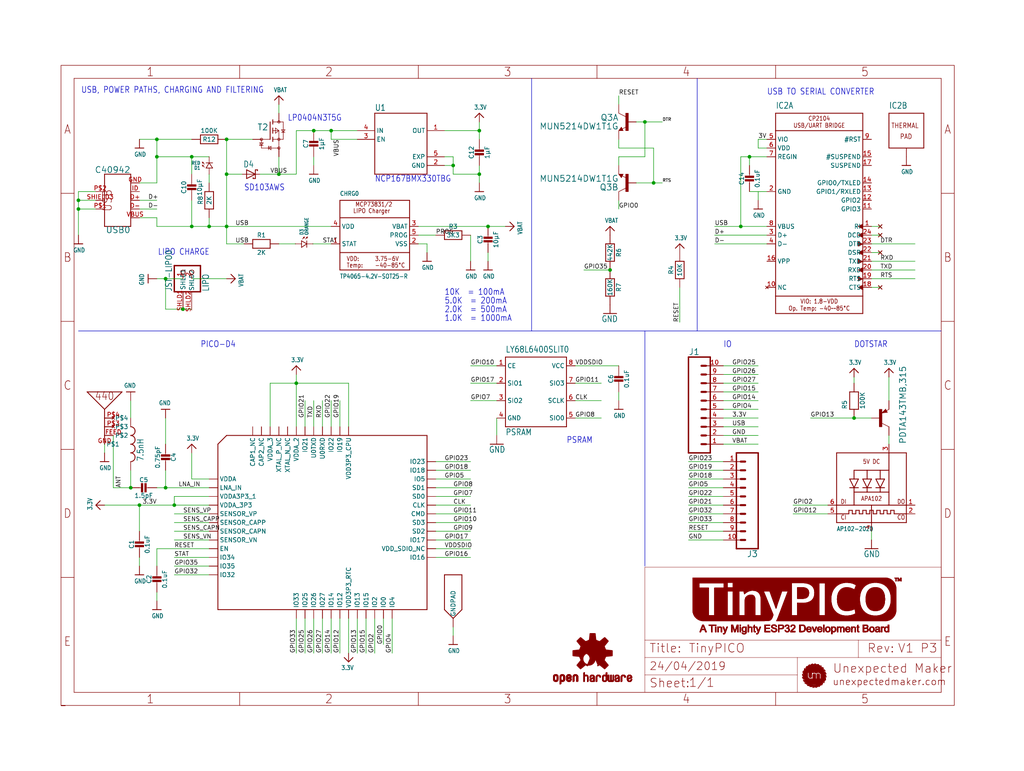
<source format=kicad_sch>
(kicad_sch (version 20230121) (generator eeschema)
  (paper "User" 298.45 224.942)
  (lib_symbols
    (symbol "Minor:MFRC522" (pin_names (offset 1.016))
      (property "Reference" "U" (at -20.32 38.862 0))
      (property "Value" "MFRC522" (at -20.32 -41.148 0))
      (symbol "MFRC522_0_0"
        (pin input line (at -25.4 15.24 0) (length 5.08) (name "I2C") (number "1"))
        (pin power_in line (at 25.4 -27.94 180) (length 5.08) (name "TVSS") (number "10"))
        (pin output line (at 25.4 10.16 180) (length 5.08) (name "TX1") (number "11"))
        (pin power_in line (at 25.4 27.94 180) (length 5.08) (name "TVDD") (number "12"))
        (pin output line (at 25.4 7.62 180) (length 5.08) (name "TX2") (number "13"))
        (pin power_in line (at 25.4 -27.94 180) (length 5.08) (name "TVSS") (number "14"))
        (pin power_in line (at 25.4 25.4 180) (length 5.08) (name "AVDD") (number "15"))
        (pin power_in line (at 25.4 22.86 180) (length 5.08) (name "VMID") (number "16"))
        (pin input line (at -25.4 10.16 0) (length 5.08) (name "RX") (number "17"))
        (pin power_in line (at 25.4 -25.4 180) (length 5.08) (name "AVSS") (number "18"))
        (pin output line (at 25.4 17.78 180) (length 5.08) (name "AUX1") (number "19"))
        (pin power_in line (at 25.4 35.56 180) (length 5.08) (name "PVDD") (number "2"))
        (pin output line (at 25.4 15.24 180) (length 5.08) (name "AUX2") (number "20"))
        (pin input line (at -25.4 -2.54 0) (length 5.08) (name "OSCIN") (number "21"))
        (pin output line (at -25.4 -5.08 0) (length 5.08) (name "OSCOUT") (number "22"))
        (pin output line (at 25.4 2.54 180) (length 5.08) (name "IRQ") (number "23"))
        (pin bidirectional line (at 25.4 -20.32 180) (length 5.08) (name "SDA/RX/~{SS}") (number "24"))
        (pin bidirectional line (at -25.4 -12.7 0) (length 5.08) (name "D1/ADR_5") (number "25"))
        (pin bidirectional line (at -25.4 -15.24 0) (length 5.08) (name "D2/ADR_4") (number "26"))
        (pin bidirectional line (at -25.4 -17.78 0) (length 5.08) (name "D3/ADR_3") (number "27"))
        (pin bidirectional line (at -25.4 -20.32 0) (length 5.08) (name "D4/ADR_2") (number "28"))
        (pin bidirectional line (at 25.4 -12.7 180) (length 5.08) (name "D5/ADR_1/SCK/DTRQ") (number "29"))
        (pin power_in line (at 25.4 33.02 180) (length 5.08) (name "DVDD") (number "3"))
        (pin bidirectional line (at 25.4 -15.24 180) (length 5.08) (name "D6/ADR_0/MOSI/MX") (number "30"))
        (pin bidirectional line (at 25.4 -17.78 180) (length 5.08) (name "D7/SCL/MISO/TX") (number "31"))
        (pin input line (at -25.4 7.62 0) (length 5.08) (name "EA") (number "32"))
        (pin power_in line (at 25.4 -35.56 180) (length 5.08) (name "EXP") (number "33"))
        (pin power_in line (at 25.4 -30.48 180) (length 5.08) (name "DVSS") (number "4"))
        (pin power_in line (at 25.4 -33.02 180) (length 5.08) (name "PVSS") (number "5"))
        (pin input line (at -25.4 17.78 0) (length 5.08) (name "~{RSTPD}") (number "6"))
        (pin input line (at 25.4 -2.54 180) (length 5.08) (name "MFIN") (number "7"))
        (pin output line (at 25.4 -5.08 180) (length 5.08) (name "MFOUT") (number "8"))
        (pin power_in line (at 25.4 30.48 180) (length 5.08) (name "SVDD") (number "9"))
      )
    )
    (symbol "TinyPICO-eagle-import:3.3V" (power)
      (property "Value" "3.3V" (at -1.524 1.016 0))
      (symbol "3.3V_1_0"
        (pin power_in line (at 0 -2.54 90) (length 2.54) (name "3.3V") (number "1"))
      )
    )
    (symbol "TinyPICO-eagle-import:BAT60J"
      (property "Reference" "D" (at -2.286 1.905 0))
      (symbol "BAT60J_1_0"
        (pin passive line (at -2.54 0 0) (length 2.54) (name "A") (number "A"))
        (pin passive line (at 2.54 0 180) (length 2.54) (name "C") (number "C"))
      )
    )
    (symbol "TinyPICO-eagle-import:CAP_CERAMIC_0402MP"
      (property "Reference" "C" (at -2.29 1.25 90))
      (symbol "CAP_CERAMIC_0402MP_1_0"
        (pin passive line (at 0 5.08 270) (length 2.54) (name "1") (number "1"))
        (pin passive line (at 0 -2.54 90) (length 2.54) (name "2") (number "2"))
      )
    )
    (symbol "TinyPICO-eagle-import:CAP_CERAMIC_0603MP"
      (property "Reference" "C" (at -2.29 1.25 90))
      (symbol "CAP_CERAMIC_0603MP_1_0"
        (pin passive line (at 0 5.08 270) (length 2.54) (name "1") (number "1"))
        (pin passive line (at 0 -2.54 90) (length 2.54) (name "2") (number "2"))
      )
    )
    (symbol "TinyPICO-eagle-import:ESP32-PICO-D4"
      (symbol "ESP32-PICO-D4_1_0"
        (pin bidirectional line (at -33.02 12.7 0) (length 2.54) (name "VDDA") (number "1"))
        (pin bidirectional line (at -33.02 -10.16 0) (length 2.54) (name "IO34") (number "10"))
        (pin bidirectional line (at -33.02 -12.7 0) (length 2.54) (name "IO35") (number "11"))
        (pin bidirectional line (at -33.02 -15.24 0) (length 2.54) (name "IO32") (number "12"))
        (pin bidirectional line (at -7.62 -27.94 90) (length 2.54) (name "IO33") (number "13"))
        (pin bidirectional line (at -5.08 -27.94 90) (length 2.54) (name "IO25") (number "14"))
        (pin bidirectional line (at -2.54 -27.94 90) (length 2.54) (name "IO26") (number "15"))
        (pin bidirectional line (at 0 -27.94 90) (length 2.54) (name "IO27") (number "16"))
        (pin bidirectional line (at 2.54 -27.94 90) (length 2.54) (name "IO14") (number "17"))
        (pin power_in line (at 5.08 -27.94 90) (length 2.54) (name "IO12") (number "18"))
        (pin bidirectional line (at 7.62 -27.94 90) (length 2.54) (name "VDD3P3_RTC") (number "19"))
        (pin bidirectional line (at -33.02 10.16 0) (length 2.54) (name "LNA_IN") (number "2"))
        (pin bidirectional line (at 10.16 -27.94 90) (length 2.54) (name "IO13") (number "20"))
        (pin bidirectional line (at 12.7 -27.94 90) (length 2.54) (name "IO15") (number "21"))
        (pin bidirectional line (at 15.24 -27.94 90) (length 2.54) (name "IO2") (number "22"))
        (pin bidirectional line (at 17.78 -27.94 90) (length 2.54) (name "IO0") (number "23"))
        (pin bidirectional line (at 20.32 -27.94 90) (length 2.54) (name "IO4") (number "24"))
        (pin bidirectional line (at 33.02 -10.16 180) (length 2.54) (name "IO16") (number "25"))
        (pin bidirectional line (at 33.02 -7.62 180) (length 2.54) (name "VDD_SDIO_NC") (number "26"))
        (pin bidirectional line (at 33.02 -5.08 180) (length 2.54) (name "IO17") (number "27"))
        (pin bidirectional line (at 33.02 -2.54 180) (length 2.54) (name "SD2") (number "28"))
        (pin bidirectional line (at 33.02 0 180) (length 2.54) (name "SD3") (number "29"))
        (pin bidirectional line (at -33.02 7.62 0) (length 2.54) (name "VDDA3P3_1") (number "3"))
        (pin bidirectional line (at 33.02 2.54 180) (length 2.54) (name "CMD") (number "30"))
        (pin bidirectional line (at 33.02 5.08 180) (length 2.54) (name "CLK") (number "31"))
        (pin bidirectional line (at 33.02 7.62 180) (length 2.54) (name "SD0") (number "32"))
        (pin bidirectional line (at 33.02 10.16 180) (length 2.54) (name "SD1") (number "33"))
        (pin bidirectional line (at 33.02 12.7 180) (length 2.54) (name "IO5") (number "34"))
        (pin bidirectional line (at 33.02 15.24 180) (length 2.54) (name "IO18") (number "35"))
        (pin bidirectional line (at 33.02 17.78 180) (length 2.54) (name "IO23") (number "36"))
        (pin bidirectional line (at 7.62 27.94 270) (length 2.54) (name "VDD3P3_CPU") (number "37"))
        (pin bidirectional line (at 5.08 27.94 270) (length 2.54) (name "IO19") (number "38"))
        (pin bidirectional line (at 2.54 27.94 270) (length 2.54) (name "IO22") (number "39"))
        (pin bidirectional line (at -33.02 5.08 0) (length 2.54) (name "VDDA_3P3") (number "4"))
        (pin bidirectional line (at 0 27.94 270) (length 2.54) (name "U0RXD") (number "40"))
        (pin bidirectional line (at -2.54 27.94 270) (length 2.54) (name "U0TXD") (number "41"))
        (pin power_in line (at -5.08 27.94 270) (length 2.54) (name "IO21") (number "42"))
        (pin bidirectional line (at -7.62 27.94 270) (length 2.54) (name "VDDA_2") (number "43"))
        (pin bidirectional line (at -10.16 27.94 270) (length 2.54) (name "XTAL_N_NC") (number "44"))
        (pin bidirectional line (at -12.7 27.94 270) (length 2.54) (name "XTAL_P_NC") (number "45"))
        (pin bidirectional line (at -15.24 27.94 270) (length 2.54) (name "VDDA_3") (number "46"))
        (pin bidirectional line (at -17.78 27.94 270) (length 2.54) (name "CAP2_NC") (number "47"))
        (pin bidirectional line (at -20.32 27.94 270) (length 2.54) (name "CAP1_NC") (number "48"))
        (pin bidirectional line (at -33.02 2.54 0) (length 2.54) (name "SENSOR_VP") (number "5"))
        (pin bidirectional line (at -33.02 0 0) (length 2.54) (name "SENSOR_CAPP") (number "6"))
        (pin power_in line (at -33.02 -2.54 0) (length 2.54) (name "SENSOR_CAPN") (number "7"))
        (pin bidirectional line (at -33.02 -5.08 0) (length 2.54) (name "SENSOR_VN") (number "8"))
        (pin bidirectional line (at -33.02 -7.62 0) (length 2.54) (name "EN") (number "9"))
      )
      (symbol "ESP32-PICO-D4_2_0"
        (pin power_in line (at 0 -2.54 90) (length 2.54) (name "GNDPAD") (number "EXP"))
      )
    )
    (symbol "TinyPICO-eagle-import:FRAME_A4_TINYPICO"
      (symbol "FRAME_A4_TINYPICO_1_0"
        (text "${CDATE}" (at 171.45 10.16 0) (effects (font (size 2.286 2.286)) (justify left bottom)))
        (text "${REV}" (at 243.84 15.24 0) (effects (font (size 2.54 2.54)) (justify left bottom)))
        (text "${SHEET_NUM}" (at 182.88 5.21 0) (effects (font (size 2.54 2.54)) (justify left bottom)))
        (text "${TITLE}" (at 182.88 15.24 0) (effects (font (size 2.54 2.54)) (justify left bottom)))
        (text "/Users/seon/Dropbox/Unexpected Maker/Branding/UM_Logo_White.bmp" (at 0 -0.05 0) (effects (font (size 0.02 0.02)) (justify left bottom)))
        (text "/Users/seon/Dropbox/Unexpected Maker/Branding/UM_Logo_White2.bmp" (at 0 -0.05 0) (effects (font (size 0.02 0.02)) (justify left bottom)))
        (text "1" (at 26.035 1.905 0) (effects (font (size 2.54 2.286))))
        (text "1" (at 26.035 184.785 0) (effects (font (size 2.54 2.286))))
        (text "2" (at 78.105 1.905 0) (effects (font (size 2.54 2.286))))
        (text "2" (at 78.105 184.785 0) (effects (font (size 2.54 2.286))))
        (text "3" (at 130.175 1.905 0) (effects (font (size 2.54 2.286))))
        (text "3" (at 130.175 184.785 0) (effects (font (size 2.54 2.286))))
        (text "4" (at 182.245 1.905 0) (effects (font (size 2.54 2.286))))
        (text "4" (at 182.245 184.785 0) (effects (font (size 2.54 2.286))))
        (text "5" (at 234.315 1.905 0) (effects (font (size 2.54 2.286))))
        (text "5" (at 234.315 184.785 0) (effects (font (size 2.54 2.286))))
        (text "A" (at 1.905 168.021 0) (effects (font (size 2.54 2.286))))
        (text "A" (at 258.445 168.021 0) (effects (font (size 2.54 2.286))))
        (text "B" (at 1.905 130.683 0) (effects (font (size 2.54 2.286))))
        (text "B" (at 258.445 130.683 0) (effects (font (size 2.54 2.286))))
        (text "C" (at 1.905 93.345 0) (effects (font (size 2.54 2.286))))
        (text "C" (at 258.445 93.345 0) (effects (font (size 2.54 2.286))))
        (text "D" (at 1.905 56.007 0) (effects (font (size 2.54 2.286))))
        (text "D" (at 258.445 56.007 0) (effects (font (size 2.54 2.286))))
        (text "E" (at 1.905 18.669 0) (effects (font (size 2.54 2.286))))
        (text "E" (at 258.445 18.669 0) (effects (font (size 2.54 2.286))))
        (text "Rev:" (at 234.916 15.243 0) (effects (font (size 2.54 2.54)) (justify left bottom)))
        (text "Sheet:" (at 171.416 5.083 0) (effects (font (size 2.54 2.54)) (justify left bottom)))
        (text "Title:" (at 171.416 15.243 0) (effects (font (size 2.54 2.54)) (justify left bottom)))
        (text "Unexpected Maker" (at 224.876 9.353 0) (effects (font (size 2.54 2.54)) (justify left bottom)))
        (text "unexpectedmaker.com" (at 224.796 5.773 0) (effects (font (size 2 2)) (justify left bottom)))
      )
    )
    (symbol "TinyPICO-eagle-import:GND" (power)
      (property "Value" "GND" (at -1.524 -2.54 0))
      (symbol "GND_1_0"
        (pin power_in line (at 0 2.54 270) (length 2.54) (name "GND") (number "1"))
      )
    )
    (symbol "TinyPICO-eagle-import:INDUCTOR_0402_N"
      (symbol "INDUCTOR_0402_N_1_0"
        (pin passive line (at 0 7.62 270) (length 2.54) (name "1") (number "1"))
        (pin passive line (at 0 -7.62 90) (length 2.54) (name "2") (number "2"))
      )
    )
    (symbol "TinyPICO-eagle-import:JST_2PIN"
      (property "Reference" "CN" (at -6.35 5.715 0))
      (symbol "JST_2PIN_1_0"
        (pin passive inverted (at -2.54 2.54 0) (length 2.54) (name "1") (number "1"))
        (pin passive inverted (at -2.54 0 0) (length 2.54) (name "2") (number "2"))
        (pin bidirectional line (at -11.43 2.54 0) (length 5.08) (name "SHLD1") (number "SHLD1"))
        (pin bidirectional line (at -11.684 0 0) (length 5.08) (name "SHLD2") (number "SHLD2"))
      )
    )
    (symbol "TinyPICO-eagle-import:LED.0402"
      (property "Reference" "D" (at -1.27 2.54 90))
      (symbol "LED.0402_1_0"
        (pin bidirectional line (at -2.54 0 0) (length 0) (name "1") (number "P$1"))
        (pin bidirectional line (at 2.54 0 180) (length 0) (name "2") (number "P$2"))
      )
    )
    (symbol "TinyPICO-eagle-import:MBT3904DW1T1"
      (property "Reference" "Q" (at 2.54 1.27 0))
      (symbol "MBT3904DW1T1_1_0"
        (pin passive line (at 2.54 5.08 270) (length 2.54) (name "C") (number "3"))
        (pin passive line (at 2.54 -5.08 90) (length 2.54) (name "E") (number "4"))
        (pin passive line (at -2.54 0 0) (length 2.54) (name "B") (number "5"))
      )
      (symbol "MBT3904DW1T1_2_0"
        (pin passive line (at 2.54 -5.08 90) (length 2.54) (name "E") (number "1"))
        (pin passive line (at -2.54 0 0) (length 2.54) (name "B") (number "2"))
        (pin passive line (at 2.54 5.08 270) (length 2.54) (name "C") (number "6"))
      )
    )
    (symbol "TinyPICO-eagle-import:MCP73831/2"
      (property "Reference" "U" (at -10.16 11.43 0))
      (symbol "MCP73831/2_1_0"
        (text "-40-85°C" (at 0 -9.525 0) (effects (font (size 1.27 1.0795)) (justify left bottom)))
        (text "3.75-6V" (at 0 -7.62 0) (effects (font (size 1.27 1.0795)) (justify left bottom)))
        (text "LIPO Charger" (at -6.35 6.35 0) (effects (font (size 1.27 1.0795)) (justify left bottom)))
        (text "MCP73831/2" (at -5.715 8.255 0) (effects (font (size 1.27 1.0795)) (justify left bottom)))
        (text "Temp:" (at -8.255 -9.525 0) (effects (font (size 1.27 1.0795)) (justify left bottom)))
        (text "VDD:" (at -8.255 -7.62 0) (effects (font (size 1.27 1.0795)) (justify left bottom)))
        (pin output line (at -12.7 -2.54 0) (length 2.54) (name "STAT") (number "1"))
        (pin power_in line (at 12.7 -2.54 180) (length 2.54) (name "VSS") (number "2"))
        (pin power_in line (at 12.7 2.54 180) (length 2.54) (name "VBAT") (number "3"))
        (pin power_in line (at -12.7 2.54 0) (length 2.54) (name "VDD") (number "4"))
        (pin input line (at 12.7 0 180) (length 2.54) (name "PROG") (number "5"))
      )
    )
    (symbol "TinyPICO-eagle-import:MICROBUILDER_APA1022020"
      (symbol "MICROBUILDER_APA1022020_1_0"
        (text "5V DC" (at 0 7.62 0) (effects (font (size 1.27 1.0795))))
        (text "APA102" (at 0 -3.175 0) (effects (font (size 1.27 1.0795))))
        (text "CI" (at -8.128 -8.636 0) (effects (font (size 1.27 1.0795))))
        (text "CO" (at 8.636 -8.636 0) (effects (font (size 1.27 1.0795))))
        (text "DI" (at -8.128 -4.064 0) (effects (font (size 1.27 1.0795))))
        (text "DO" (at 8.636 -4.064 0) (effects (font (size 1.27 1.0795))))
        (pin output line (at 12.7 -5.08 180) (length 2.54) (name "DO") (number "1"))
        (pin output line (at 12.7 -7.62 180) (length 2.54) (name "CKO") (number "2"))
        (pin power_in line (at 5.08 12.7 270) (length 2.54) (name "VDD") (number "3"))
        (pin power_in line (at 0 -12.7 90) (length 2.54) (name "GND") (number "4"))
        (pin input line (at -12.7 -7.62 0) (length 2.54) (name "CKI") (number "5"))
        (pin input line (at -12.7 -5.08 0) (length 2.54) (name "DI") (number "6"))
      )
    )
    (symbol "TinyPICO-eagle-import:MICROBUILDER_CP2104"
      (property "Reference" "U" (at -5.08 6.35 0))
      (symbol "MICROBUILDER_CP2104_1_0"
        (text "CP2104\nUSB/UART BRIDGE" (at 0 25.4 0) (effects (font (size 1.27 1.0795))))
        (text "VIO: 1.8-VDD\nOp. Temp: -40~~85°C" (at 0 -27.94 0) (effects (font (size 1.27 1.0795))))
        (pin input line (at 15.24 -5.08 180) (length 2.54) (name "RI") (number "1"))
        (pin no_connect line (at -15.24 -22.86 0) (length 2.54) (name "NC") (number "10"))
        (pin bidirectional line (at 15.24 0 180) (length 2.54) (name "GPIO3") (number "11"))
        (pin bidirectional line (at 15.24 2.54 180) (length 2.54) (name "GPIO2") (number "12"))
        (pin bidirectional line (at 15.24 5.08 180) (length 2.54) (name "GPIO1/RXLED") (number "13"))
        (pin bidirectional line (at 15.24 7.62 180) (length 2.54) (name "GPIO0/TXLED") (number "14"))
        (pin output line (at 15.24 15.24 180) (length 2.54) (name "#SUSPEND") (number "15"))
        (pin bidirectional line (at -15.24 -15.24 0) (length 2.54) (name "VPP") (number "16"))
        (pin output line (at 15.24 12.7 180) (length 2.54) (name "SUSPEND") (number "17"))
        (pin input line (at 15.24 -22.86 180) (length 2.54) (name "CTS") (number "18"))
        (pin output line (at 15.24 -20.32 180) (length 2.54) (name "RTS") (number "19"))
        (pin power_in line (at -15.24 5.08 0) (length 2.54) (name "GND") (number "2"))
        (pin input line (at 15.24 -17.78 180) (length 2.54) (name "RXD") (number "20"))
        (pin output line (at 15.24 -15.24 180) (length 2.54) (name "TXD") (number "21"))
        (pin input line (at 15.24 -12.7 180) (length 2.54) (name "DSR") (number "22"))
        (pin output line (at 15.24 -10.16 180) (length 2.54) (name "DTR") (number "23"))
        (pin input line (at 15.24 -7.62 180) (length 2.54) (name "DCD") (number "24"))
        (pin bidirectional line (at -15.24 -7.62 0) (length 2.54) (name "D+") (number "3"))
        (pin bidirectional line (at -15.24 -10.16 0) (length 2.54) (name "D-") (number "4"))
        (pin power_in line (at -15.24 20.32 0) (length 2.54) (name "VIO") (number "5"))
        (pin power_in line (at -15.24 17.78 0) (length 2.54) (name "VDD") (number "6"))
        (pin power_in line (at -15.24 15.24 0) (length 2.54) (name "REGIN") (number "7"))
        (pin power_in line (at -15.24 -5.08 0) (length 2.54) (name "VBUS") (number "8"))
        (pin bidirectional line (at 15.24 20.32 180) (length 2.54) (name "#RST") (number "9"))
      )
      (symbol "MICROBUILDER_CP2104_2_0"
        (text "PAD" (at -1.905 -2.54 0) (effects (font (size 1.4224 1.209)) (justify left bottom)))
        (text "THERMAL" (at -4.445 0.635 0) (effects (font (size 1.4224 1.209)) (justify left bottom)))
        (pin power_in line (at 0 -7.62 90) (length 2.54) (name "TP") (number "THERM"))
      )
    )
    (symbol "TinyPICO-eagle-import:NCP170AMX300TCG"
      (property "Reference" "U" (at -7.627 10.8049 0))
      (symbol "NCP170AMX300TCG_1_0"
        (pin output line (at 12.7 5.08 180) (length 5.08) (name "OUT") (number "1"))
        (pin power_in line (at 12.7 -5.08 180) (length 5.08) (name "GND") (number "2"))
        (pin input line (at -12.7 2.54 0) (length 5.08) (name "EN") (number "3"))
        (pin input line (at -12.7 5.08 0) (length 5.08) (name "IN") (number "4"))
        (pin power_in line (at 12.7 -2.54 180) (length 5.08) (name "EXP") (number "5"))
      )
    )
    (symbol "TinyPICO-eagle-import:NOCONNECTION")
    (symbol "TinyPICO-eagle-import:OSHW-LOGOS")
    (symbol "TinyPICO-eagle-import:PRO-OB-440"
      (symbol "PRO-OB-440_1_0"
        (text "440" (at 0 0 0) (effects (font (size 2.286 1.9431)) (justify bottom)))
        (pin input line (at 2.54 -10.16 0) (length 0) (name "P$2") (number "FEED"))
        (pin input line (at 0 -12.7 0) (length 0) (name "P$1") (number "GND"))
        (pin no_connect line (at 2.54 -7.62 0) (length 0) (name "P$3") (number "P$3"))
        (pin no_connect line (at 2.54 -5.08 0) (length 0) (name "P$4") (number "P$4"))
      )
    )
    (symbol "TinyPICO-eagle-import:PSRAM"
      (property "Reference" "IC" (at -7.62 11.43 0))
      (symbol "PSRAM_1_0"
        (pin output line (at -10.16 7.62 0) (length 2.54) (name "CE") (number "1"))
        (pin power_in line (at -10.16 2.54 0) (length 2.54) (name "SIO1") (number "2"))
        (pin power_in line (at -10.16 -2.54 0) (length 2.54) (name "SIO2") (number "3"))
        (pin input line (at -10.16 -7.62 0) (length 2.54) (name "GND") (number "4"))
        (pin input line (at 12.7 -7.62 180) (length 2.54) (name "SIO0") (number "5"))
        (pin passive line (at 12.7 -2.54 180) (length 2.54) (name "SCLK") (number "6"))
        (pin output line (at 12.7 2.54 180) (length 2.54) (name "SIO3") (number "7"))
        (pin power_in line (at 12.7 7.62 180) (length 2.54) (name "VCC") (number "8"))
      )
    )
    (symbol "TinyPICO-eagle-import:RESISTOR_0402MP"
      (property "Reference" "R" (at -2.54 2.032 0))
      (symbol "RESISTOR_0402MP_1_0"
        (pin passive line (at -5.08 0 0) (length 2.54) (name "1") (number "1"))
        (pin passive line (at 5.08 0 180) (length 2.54) (name "2") (number "2"))
      )
    )
    (symbol "TinyPICO-eagle-import:TINYPICO-P-FETMB"
      (property "Reference" "T" (at -13.97 5.08 0))
      (symbol "TINYPICO-P-FETMB_1_0"
        (pin passive line (at -7.62 0 0) (length 2.54) (name "G") (number "1"))
        (pin passive line (at 0 -5.08 90) (length 2.54) (name "S") (number "2"))
        (pin passive line (at 0 7.62 270) (length 2.54) (name "D") (number "3"))
      )
    )
    (symbol "TinyPICO-eagle-import:TINYPICO-PNPMB"
      (property "Reference" "T" (at -10.16 7.62 0))
      (symbol "TINYPICO-PNPMB_1_0"
        (pin passive line (at -2.54 0 0) (length 2.54) (name "B") (number "1"))
        (pin passive line (at 2.54 5.08 270) (length 2.54) (name "E") (number "2"))
        (pin passive line (at 2.54 -5.08 90) (length 2.54) (name "C") (number "3"))
      )
    )
    (symbol "TinyPICO-eagle-import:TINYPICO_HEADER_10NO_SILK_PTH_FEMALE"
      (property "Reference" "J" (at 0 8.128 0))
      (symbol "TINYPICO_HEADER_10NO_SILK_PTH_FEMALE_1_0"
        (pin passive line (at 10.16 -17.78 180) (length 5.08) (name "1") (number "1"))
        (pin passive line (at 10.16 5.08 180) (length 5.08) (name "10") (number "10"))
        (pin passive line (at 10.16 -15.24 180) (length 5.08) (name "2") (number "2"))
        (pin passive line (at 10.16 -12.7 180) (length 5.08) (name "3") (number "3"))
        (pin passive line (at 10.16 -10.16 180) (length 5.08) (name "4") (number "4"))
        (pin passive line (at 10.16 -7.62 180) (length 5.08) (name "5") (number "5"))
        (pin passive line (at 10.16 -5.08 180) (length 5.08) (name "6") (number "6"))
        (pin passive line (at 10.16 -2.54 180) (length 5.08) (name "7") (number "7"))
        (pin passive line (at 10.16 0 180) (length 5.08) (name "8") (number "8"))
        (pin passive line (at 10.16 2.54 180) (length 5.08) (name "9") (number "9"))
      )
    )
    (symbol "TinyPICO-eagle-import:TINYPICO_USB_FEMALE-SMT"
      (property "Reference" "J" (at -2.54 7.62 0))
      (symbol "TINYPICO_USB_FEMALE-SMT_1_0"
        (text "USB" (at 2.794 -3.302 900) (effects (font (size 2.54 2.159)) (justify left bottom)))
        (pin bidirectional line (at -5.08 0 0) (length 2.54) (name "D+") (number "D+"))
        (pin bidirectional line (at -5.08 2.54 0) (length 2.54) (name "D-") (number "D-"))
        (pin power_in line (at -5.08 -5.08 0) (length 2.54) (name "GND") (number "GND"))
        (pin bidirectional line (at -5.08 -2.54 0) (length 2.54) (name "ID") (number "ID"))
        (pin bidirectional line (at 7.62 2.54 180) (length 2.54) (name "SHIELD1") (number "P$1"))
        (pin bidirectional line (at 7.62 -2.54 180) (length 2.54) (name "SHIELD2") (number "P$2"))
        (pin bidirectional line (at 7.62 0 180) (length 2.54) (name "SHIELD") (number "SHIELD3"))
        (pin power_in line (at -5.08 5.08 0) (length 2.54) (name "VBUS") (number "VBUS"))
      )
    )
    (symbol "TinyPICO-eagle-import:VBAT" (power)
      (property "Value" "VBAT" (at -1.524 1.016 0))
      (symbol "VBAT_1_0"
        (pin power_in line (at 0 -2.54 90) (length 2.54) (name "VBAT") (number "1"))
      )
    )
    (symbol "TinyPICO-eagle-import:supply1_GND" (power)
      (property "Value" "supply1_GND" (at -2.54 -2.54 0))
      (symbol "supply1_GND_1_0"
        (pin power_in line (at 0 2.54 270) (length 2.54) (name "GND") (number "1"))
      )
    )
  )
  (junction (at 81.28 50.8))
  (junction (at 139.7 50.8))
  (junction (at 218.44 45.72))
  (junction (at 50.8 147.32))
  (junction (at 40.64 147.32))
  (junction (at 215.9 66.04))
  (junction (at 187.96 35.56))
  (junction (at 248.92 121.92))
  (junction (at 91.44 38.1))
  (junction (at 48.26 142.24))
  (junction (at 96.52 38.1))
  (junction (at 45.72 45.72))
  (junction (at 55.88 45.72))
  (junction (at 177.8 78.74))
  (junction (at 22.86 60.96))
  (junction (at 142.24 66.04))
  (junction (at 55.88 66.04))
  (junction (at 45.72 40.64))
  (junction (at 38.1 142.24))
  (junction (at 139.7 38.1))
  (junction (at 132.08 48.26))
  (junction (at 22.86 58.42))
  (junction (at 66.04 66.04))
  (junction (at 86.36 111.76))
  (junction (at 48.26 81.28))
  (junction (at 53.34 90.17))
  (junction (at 60.96 66.04))
  (junction (at 66.04 40.64))
  (junction (at 66.04 50.8))
  (junction (at 190.5 53.34))
  (wire (pts (xy 22.86 60.96) (xy 22.86 68.58)) (stroke (width 0.1524)))
  (wire (pts (xy 60.96 142.24) (xy 48.26 142.24)) (stroke (width 0.1524)))
  (wire (pts (xy 223.52 68.58) (xy 208.28 68.58)) (stroke (width 0.1524)))
  (wire (pts (xy 78.74 111.76) (xy 86.36 111.76)) (stroke (width 0.1524)))
  (wire (pts (xy 177.8 78.74) (xy 170.18 78.74)) (stroke (width 0.1524)))
  (wire (pts (xy 127 134.62) (xy 137.16 134.62)) (stroke (width 0.1524)))
  (wire (pts (xy 50.8 147.32) (xy 40.64 147.32)) (stroke (width 0.1524)))
  (wire (pts (xy 210.82 124.46) (xy 220.98 124.46)) (stroke (width 0.1524)))
  (wire (pts (xy 254 154.94) (xy 254 157.48)) (stroke (width 0.1524)))
  (wire (pts (xy 101.6 180.34) (xy 101.6 190.5)) (stroke (width 0.1524)))
  (wire (pts (xy 144.78 116.84) (xy 137.16 116.84)) (stroke (width 0.1524)))
  (wire (pts (xy 254 66.04) (xy 256.54 66.04)) (stroke (width 0.1524)))
  (wire (pts (xy 127 152.4) (xy 137.16 152.4)) (stroke (width 0.1524)))
  (wire (pts (xy 66.04 40.64) (xy 66.04 50.8)) (stroke (width 0.1524)))
  (wire (pts (xy 144.78 111.76) (xy 137.16 111.76)) (stroke (width 0.1524)))
  (wire (pts (xy 48.26 137.16) (xy 48.26 142.24)) (stroke (width 0.1524)))
  (wire (pts (xy 66.04 66.04) (xy 66.04 50.8)) (stroke (width 0.1524)))
  (wire (pts (xy 48.26 81.28) (xy 48.26 90.17)) (stroke (width 0.1524)))
  (wire (pts (xy 60.96 162.56) (xy 50.8 162.56)) (stroke (width 0.1524)))
  (wire (pts (xy 187.96 45.72) (xy 187.96 35.56)) (stroke (width 0.1524)))
  (wire (pts (xy 210.82 137.16) (xy 200.66 137.16)) (stroke (width 0.1524)))
  (wire (pts (xy 60.96 149.86) (xy 50.8 149.86)) (stroke (width 0.1524)))
  (wire (pts (xy 70.612 50.8) (xy 66.04 50.8)) (stroke (width 0.1524)))
  (wire (pts (xy 139.7 38.1) (xy 139.7 35.56)) (stroke (width 0.1524)))
  (polyline (pts (xy 203.2 96.52) (xy 203.2 22.86)) (stroke (width 0.1524) (type solid)))
  (wire (pts (xy 132.08 182.88) (xy 132.08 185.42)) (stroke (width 0.1524)))
  (wire (pts (xy 50.8 144.78) (xy 50.8 147.32)) (stroke (width 0.1524)))
  (wire (pts (xy 66.04 71.12) (xy 71.12 71.12)) (stroke (width 0.1524)))
  (wire (pts (xy 106.68 180.34) (xy 106.68 190.5)) (stroke (width 0.1524)))
  (wire (pts (xy 60.96 147.32) (xy 50.8 147.32)) (stroke (width 0.1524)))
  (wire (pts (xy 38.1 121.92) (xy 38.1 116.84)) (stroke (width 0.1524)))
  (wire (pts (xy 66.04 71.12) (xy 66.04 66.04)) (stroke (width 0.1524)))
  (wire (pts (xy 81.28 71.12) (xy 86.106 71.12)) (stroke (width 0.1524)))
  (wire (pts (xy 266.7 81.28) (xy 254 81.28)) (stroke (width 0.1524)))
  (wire (pts (xy 93.98 124.46) (xy 93.98 116.84)) (stroke (width 0.1524)))
  (wire (pts (xy 60.96 157.48) (xy 50.8 157.48)) (stroke (width 0.1524)))
  (wire (pts (xy 60.96 165.1) (xy 50.8 165.1)) (stroke (width 0.1524)))
  (wire (pts (xy 254 83.82) (xy 256.54 83.82)) (stroke (width 0.1524)))
  (wire (pts (xy 167.64 111.76) (xy 175.26 111.76)) (stroke (width 0.1524)))
  (wire (pts (xy 127 160.02) (xy 137.16 160.02)) (stroke (width 0.1524)))
  (wire (pts (xy 218.44 45.72) (xy 218.44 48.26)) (stroke (width 0.1524)))
  (wire (pts (xy 60.96 152.4) (xy 50.8 152.4)) (stroke (width 0.1524)))
  (wire (pts (xy 223.52 66.04) (xy 215.9 66.04)) (stroke (width 0.1524)))
  (wire (pts (xy 127 147.32) (xy 137.16 147.32)) (stroke (width 0.1524)))
  (wire (pts (xy 91.186 71.12) (xy 96.52 71.12)) (stroke (width 0.1524)))
  (wire (pts (xy 78.74 124.46) (xy 78.74 111.76)) (stroke (width 0.1524)))
  (wire (pts (xy 208.28 71.12) (xy 223.52 71.12)) (stroke (width 0.1524)))
  (wire (pts (xy 127 142.24) (xy 137.16 142.24)) (stroke (width 0.1524)))
  (wire (pts (xy 129.54 38.1) (xy 139.7 38.1)) (stroke (width 0.1524)))
  (wire (pts (xy 55.88 58.42) (xy 55.88 66.04)) (stroke (width 0.1524)))
  (wire (pts (xy 215.9 66.04) (xy 208.28 66.04)) (stroke (width 0.1524)))
  (wire (pts (xy 88.9 180.34) (xy 88.9 190.5)) (stroke (width 0.1524)))
  (wire (pts (xy 38.1 142.24) (xy 33.02 142.24)) (stroke (width 0.1524)))
  (wire (pts (xy 180.34 30.48) (xy 180.34 27.94)) (stroke (width 0.1524)))
  (wire (pts (xy 45.72 53.34) (xy 45.72 45.72)) (stroke (width 0.1524)))
  (wire (pts (xy 104.14 180.34) (xy 104.14 190.5)) (stroke (width 0.1524)))
  (wire (pts (xy 60.96 63.5) (xy 60.96 66.04)) (stroke (width 0.1524)))
  (wire (pts (xy 210.82 142.24) (xy 200.66 142.24)) (stroke (width 0.1524)))
  (wire (pts (xy 22.86 60.96) (xy 27.94 60.96)) (stroke (width 0.1524)))
  (wire (pts (xy 248.92 111.76) (xy 248.92 109.982)) (stroke (width 0.1524)))
  (wire (pts (xy 210.82 106.68) (xy 220.98 106.68)) (stroke (width 0.1524)))
  (wire (pts (xy 40.64 63.5) (xy 45.72 63.5)) (stroke (width 0.1524)))
  (wire (pts (xy 60.96 154.94) (xy 50.8 154.94)) (stroke (width 0.1524)))
  (wire (pts (xy 210.82 157.48) (xy 200.66 157.48)) (stroke (width 0.1524)))
  (wire (pts (xy 86.36 180.34) (xy 86.36 190.5)) (stroke (width 0.1524)))
  (wire (pts (xy 66.04 81.28) (xy 55.88 81.28)) (stroke (width 0.1524)))
  (wire (pts (xy 55.88 132.08) (xy 55.88 139.7)) (stroke (width 0.1524)))
  (wire (pts (xy 40.64 60.96) (xy 45.72 60.96)) (stroke (width 0.1524)))
  (wire (pts (xy 198.12 83.82) (xy 198.12 93.98)) (stroke (width 0.1524)))
  (wire (pts (xy 210.82 152.4) (xy 200.66 152.4)) (stroke (width 0.1524)))
  (wire (pts (xy 167.64 106.68) (xy 180.34 106.68)) (stroke (width 0.1524)))
  (wire (pts (xy 86.36 111.76) (xy 86.36 109.22)) (stroke (width 0.1524)))
  (wire (pts (xy 132.08 48.26) (xy 129.54 48.26)) (stroke (width 0.1524)))
  (wire (pts (xy 121.92 71.12) (xy 124.46 71.12)) (stroke (width 0.1524)))
  (wire (pts (xy 91.44 38.1) (xy 96.52 38.1)) (stroke (width 0.1524)))
  (wire (pts (xy 55.88 45.72) (xy 60.96 45.72)) (stroke (width 0.1524)))
  (wire (pts (xy 210.82 154.94) (xy 200.66 154.94)) (stroke (width 0.1524)))
  (wire (pts (xy 45.72 165.1) (xy 45.72 160.02)) (stroke (width 0.1524)))
  (wire (pts (xy 167.64 121.92) (xy 175.26 121.92)) (stroke (width 0.1524)))
  (wire (pts (xy 187.96 35.56) (xy 185.42 35.56)) (stroke (width 0.1524)))
  (wire (pts (xy 66.04 66.04) (xy 96.52 66.04)) (stroke (width 0.1524)))
  (wire (pts (xy 236.22 121.92) (xy 248.92 121.92)) (stroke (width 0.1524)))
  (wire (pts (xy 55.88 90.17) (xy 55.88 90.424)) (stroke (width 0.1524)))
  (wire (pts (xy 127 162.56) (xy 137.16 162.56)) (stroke (width 0.1524)))
  (wire (pts (xy 48.26 129.54) (xy 48.26 121.92)) (stroke (width 0.1524)))
  (wire (pts (xy 86.36 124.46) (xy 86.36 111.76)) (stroke (width 0.1524)))
  (wire (pts (xy 45.72 45.72) (xy 55.88 45.72)) (stroke (width 0.1524)))
  (wire (pts (xy 81.28 50.8) (xy 81.28 45.72)) (stroke (width 0.1524)))
  (wire (pts (xy 180.34 48.26) (xy 180.34 45.72)) (stroke (width 0.1524)))
  (polyline (pts (xy 154.94 96.52) (xy 187.96 96.52)) (stroke (width 0.1524) (type solid)))
  (wire (pts (xy 91.44 45.72) (xy 91.44 48.26)) (stroke (width 0.1524)))
  (wire (pts (xy 248.92 121.92) (xy 254 121.92)) (stroke (width 0.1524)))
  (wire (pts (xy 180.34 43.18) (xy 180.34 40.64)) (stroke (width 0.1524)))
  (wire (pts (xy 96.52 38.1) (xy 96.52 40.64)) (stroke (width 0.1524)))
  (wire (pts (xy 259.08 127) (xy 259.08 129.54)) (stroke (width 0.1524)))
  (wire (pts (xy 127 149.86) (xy 137.16 149.86)) (stroke (width 0.1524)))
  (wire (pts (xy 38.1 137.16) (xy 38.1 142.24)) (stroke (width 0.1524)))
  (wire (pts (xy 144.78 121.92) (xy 144.78 127)) (stroke (width 0.1524)))
  (wire (pts (xy 121.92 68.58) (xy 127 68.58)) (stroke (width 0.1524)))
  (wire (pts (xy 266.7 78.74) (xy 254 78.74)) (stroke (width 0.1524)))
  (wire (pts (xy 210.82 144.78) (xy 200.66 144.78)) (stroke (width 0.1524)))
  (wire (pts (xy 223.52 40.64) (xy 220.98 40.64)) (stroke (width 0.1524)))
  (wire (pts (xy 60.96 53.34) (xy 60.96 50.8)) (stroke (width 0.1524)))
  (wire (pts (xy 104.14 40.64) (xy 96.52 40.64)) (stroke (width 0.1524)))
  (wire (pts (xy 139.7 48.26) (xy 139.7 50.8)) (stroke (width 0.1524)))
  (wire (pts (xy 55.88 66.04) (xy 60.96 66.04)) (stroke (width 0.1524)))
  (wire (pts (xy 45.72 45.72) (xy 45.72 40.64)) (stroke (width 0.1524)))
  (wire (pts (xy 147.32 66.04) (xy 142.24 66.04)) (stroke (width 0.1524)))
  (wire (pts (xy 254 68.58) (xy 256.54 68.58)) (stroke (width 0.1524)))
  (wire (pts (xy 210.82 147.32) (xy 200.66 147.32)) (stroke (width 0.1524)))
  (wire (pts (xy 210.82 129.54) (xy 220.98 129.54)) (stroke (width 0.1524)))
  (wire (pts (xy 127 144.78) (xy 137.16 144.78)) (stroke (width 0.1524)))
  (wire (pts (xy 40.64 154.94) (xy 40.64 147.32)) (stroke (width 0.1524)))
  (wire (pts (xy 129.54 45.72) (xy 132.08 45.72)) (stroke (width 0.1524)))
  (wire (pts (xy 75.692 50.8) (xy 81.28 50.8)) (stroke (width 0.1524)))
  (wire (pts (xy 190.5 53.34) (xy 190.5 43.18)) (stroke (width 0.1524)))
  (wire (pts (xy 241.3 149.86) (xy 231.14 149.86)) (stroke (width 0.1524)))
  (wire (pts (xy 139.7 50.8) (xy 139.7 53.34)) (stroke (width 0.1524)))
  (wire (pts (xy 210.82 116.84) (xy 220.98 116.84)) (stroke (width 0.1524)))
  (wire (pts (xy 127 137.16) (xy 137.16 137.16)) (stroke (width 0.1524)))
  (wire (pts (xy 124.46 71.12) (xy 124.46 73.66)) (stroke (width 0.1524)))
  (wire (pts (xy 210.82 127) (xy 220.98 127)) (stroke (width 0.1524)))
  (wire (pts (xy 60.96 167.64) (xy 50.8 167.64)) (stroke (width 0.1524)))
  (wire (pts (xy 45.72 81.28) (xy 48.26 81.28)) (stroke (width 0.1524)))
  (wire (pts (xy 53.34 90.17) (xy 55.88 90.17)) (stroke (width 0.1524)))
  (wire (pts (xy 91.44 180.34) (xy 91.44 190.5)) (stroke (width 0.1524)))
  (wire (pts (xy 40.64 58.42) (xy 45.72 58.42)) (stroke (width 0.1524)))
  (wire (pts (xy 48.26 81.28) (xy 53.34 81.28)) (stroke (width 0.1524)))
  (wire (pts (xy 109.22 180.34) (xy 109.22 190.5)) (stroke (width 0.1524)))
  (wire (pts (xy 48.26 90.17) (xy 53.34 90.17)) (stroke (width 0.1524)))
  (wire (pts (xy 96.52 180.34) (xy 96.52 190.5)) (stroke (width 0.1524)))
  (wire (pts (xy 210.82 119.38) (xy 220.98 119.38)) (stroke (width 0.1524)))
  (wire (pts (xy 22.86 55.88) (xy 22.86 58.42)) (stroke (width 0.1524)))
  (wire (pts (xy 27.94 55.88) (xy 22.86 55.88)) (stroke (width 0.1524)))
  (wire (pts (xy 215.9 45.72) (xy 218.44 45.72)) (stroke (width 0.1524)))
  (wire (pts (xy 132.08 48.26) (xy 132.08 50.8)) (stroke (width 0.1524)))
  (wire (pts (xy 88.9 124.46) (xy 88.9 116.84)) (stroke (width 0.1524)))
  (wire (pts (xy 241.3 147.32) (xy 231.14 147.32)) (stroke (width 0.1524)))
  (wire (pts (xy 33.02 127) (xy 33.02 142.24)) (stroke (width 0.1524)))
  (wire (pts (xy 96.52 124.46) (xy 96.52 116.84)) (stroke (width 0.1524)))
  (wire (pts (xy 60.96 144.78) (xy 50.8 144.78)) (stroke (width 0.1524)))
  (wire (pts (xy 81.28 33.02) (xy 81.28 30.48)) (stroke (width 0.1524)))
  (wire (pts (xy 144.78 106.68) (xy 137.16 106.68)) (stroke (width 0.1524)))
  (wire (pts (xy 111.76 180.34) (xy 111.76 187.96)) (stroke (width 0.1524)))
  (wire (pts (xy 254 73.66) (xy 256.54 73.66)) (stroke (width 0.1524)))
  (wire (pts (xy 40.64 147.32) (xy 30.48 147.32)) (stroke (width 0.1524)))
  (wire (pts (xy 127 139.7) (xy 137.16 139.7)) (stroke (width 0.1524)))
  (wire (pts (xy 60.96 66.04) (xy 66.04 66.04)) (stroke (width 0.1524)))
  (wire (pts (xy 127 154.94) (xy 137.16 154.94)) (stroke (width 0.1524)))
  (wire (pts (xy 101.6 124.46) (xy 101.6 111.76)) (stroke (width 0.1524)))
  (wire (pts (xy 96.52 38.1) (xy 104.14 38.1)) (stroke (width 0.1524)))
  (wire (pts (xy 210.82 134.62) (xy 200.66 134.62)) (stroke (width 0.1524)))
  (wire (pts (xy 45.72 66.04) (xy 55.88 66.04)) (stroke (width 0.1524)))
  (wire (pts (xy 223.52 55.88) (xy 220.98 55.88)) (stroke (width 0.1524)))
  (wire (pts (xy 66.04 40.64) (xy 73.66 40.64)) (stroke (width 0.1524)))
  (wire (pts (xy 30.48 129.54) (xy 30.48 132.08)) (stroke (width 0.1524)))
  (wire (pts (xy 99.06 180.34) (xy 99.06 190.5)) (stroke (width 0.1524)))
  (wire (pts (xy 254 71.12) (xy 266.7 71.12)) (stroke (width 0.1524)))
  (wire (pts (xy 55.88 139.7) (xy 60.96 139.7)) (stroke (width 0.1524)))
  (wire (pts (xy 210.82 121.92) (xy 220.98 121.92)) (stroke (width 0.1524)))
  (wire (pts (xy 55.88 40.64) (xy 45.72 40.64)) (stroke (width 0.1524)))
  (wire (pts (xy 127 157.48) (xy 137.16 157.48)) (stroke (width 0.1524)))
  (wire (pts (xy 190.5 43.18) (xy 180.34 43.18)) (stroke (width 0.1524)))
  (wire (pts (xy 45.72 172.72) (xy 45.72 175.26)) (stroke (width 0.1524)))
  (wire (pts (xy 139.7 40.64) (xy 139.7 38.1)) (stroke (width 0.1524)))
  (wire (pts (xy 40.64 53.34) (xy 45.72 53.34)) (stroke (width 0.1524)))
  (wire (pts (xy 86.36 38.1) (xy 91.44 38.1)) (stroke (width 0.1524)))
  (wire (pts (xy 86.36 50.8) (xy 86.36 38.1)) (stroke (width 0.1524)))
  (wire (pts (xy 45.72 40.64) (xy 40.64 40.64)) (stroke (width 0.1524)))
  (polyline (pts (xy 154.94 96.52) (xy 154.94 22.86)) (stroke (width 0.1524) (type solid)))
  (wire (pts (xy 180.34 45.72) (xy 187.96 45.72)) (stroke (width 0.1524)))
  (wire (pts (xy 187.96 35.56) (xy 193.04 35.56)) (stroke (width 0.1524)))
  (wire (pts (xy 254 76.2) (xy 266.7 76.2)) (stroke (width 0.1524)))
  (wire (pts (xy 55.88 50.8) (xy 55.88 45.72)) (stroke (width 0.1524)))
  (wire (pts (xy 210.82 111.76) (xy 220.98 111.76)) (stroke (width 0.1524)))
  (wire (pts (xy 99.06 124.46) (xy 99.06 116.84)) (stroke (width 0.1524)))
  (wire (pts (xy 40.64 162.56) (xy 40.64 165.1)) (stroke (width 0.1524)))
  (polyline (pts (xy 187.96 165.1) (xy 187.96 96.52)) (stroke (width 0.1524) (type solid)))
  (polyline (pts (xy 274.32 96.52) (xy 203.2 96.52)) (stroke (width 0.1524) (type solid)))
  (wire (pts (xy 45.72 63.5) (xy 45.72 66.04)) (stroke (width 0.1524)))
  (wire (pts (xy 93.98 180.34) (xy 93.98 190.5)) (stroke (width 0.1524)))
  (wire (pts (xy 48.26 142.24) (xy 45.72 142.24)) (stroke (width 0.1524)))
  (wire (pts (xy 22.86 58.42) (xy 27.94 58.42)) (stroke (width 0.1524)))
  (wire (pts (xy 167.64 116.84) (xy 175.26 116.84)) (stroke (width 0.1524)))
  (wire (pts (xy 210.82 114.3) (xy 220.98 114.3)) (stroke (width 0.1524)))
  (wire (pts (xy 190.5 53.34) (xy 193.04 53.34)) (stroke (width 0.1524)))
  (wire (pts (xy 259.08 109.982) (xy 259.08 116.84)) (stroke (width 0.1524)))
  (wire (pts (xy 86.36 111.76) (xy 101.6 111.76)) (stroke (width 0.1524)))
  (wire (pts (xy 132.08 45.72) (xy 132.08 48.26)) (stroke (width 0.1524)))
  (wire (pts (xy 180.34 60.96) (xy 180.34 58.42)) (stroke (width 0.1524)))
  (wire (pts (xy 142.24 66.04) (xy 121.92 66.04)) (stroke (width 0.1524)))
  (wire (pts (xy 137.16 68.58) (xy 137.16 76.2)) (stroke (width 0.1524)))
  (wire (pts (xy 81.28 50.8) (xy 86.36 50.8)) (stroke (width 0.1524)))
  (wire (pts (xy 60.96 160.02) (xy 45.72 160.02)) (stroke (width 0.1524)))
  (wire (pts (xy 220.98 55.88) (xy 220.98 58.42)) (stroke (width 0.1524)))
  (wire (pts (xy 210.82 149.86) (xy 200.66 149.86)) (stroke (width 0.1524)))
  (wire (pts (xy 215.9 66.04) (xy 215.9 45.72)) (stroke (width 0.1524)))
  (wire (pts (xy 210.82 139.7) (xy 200.66 139.7)) (stroke (width 0.1524)))
  (wire (pts (xy 218.44 55.88) (xy 220.98 55.88)) (stroke (width 0.1524)))
  (polyline (pts (xy 187.96 96.52) (xy 203.2 96.52)) (stroke (width 0.1524) (type solid)))
  (wire (pts (xy 185.42 53.34) (xy 190.5 53.34)) (stroke (width 0.1524)))
  (wire (pts (xy 210.82 109.22) (xy 220.98 109.22)) (stroke (width 0.1524)))
  (wire (pts (xy 142.24 73.66) (xy 142.24 76.2)) (stroke (width 0.1524)))
  (wire (pts (xy 220.98 40.64) (xy 220.98 43.18)) (stroke (width 0.1524)))
  (polyline (pts (xy 22.86 96.52) (xy 154.94 96.52)) (stroke (width 0.1524) (type solid)))
  (wire (pts (xy 22.86 58.42) (xy 22.86 60.96)) (stroke (width 0.1524)))
  (wire (pts (xy 91.44 124.46) (xy 91.44 116.84)) (stroke (width 0.1524)))
  (wire (pts (xy 132.08 50.8) (xy 139.7 50.8)) (stroke (width 0.1524)))
  (wire (pts (xy 223.52 43.18) (xy 220.98 43.18)) (stroke (width 0.1524)))
  (wire (pts (xy 114.3 180.34) (xy 114.3 190.5)) (stroke (width 0.1524)))
  (wire (pts (xy 180.34 114.3) (xy 180.34 116.84)) (stroke (width 0.1524)))
  (wire (pts (xy 223.52 45.72) (xy 218.44 45.72)) (stroke (width 0.1524)))
  (text "5.0K  = 200mA" (at 129.54 88.9 0) (effects (font (size 1.778 1.5113)) (justify left bottom)))
  (text "LP0404N3T5G" (at 83.82 35.56 0) (effects (font (size 1.778 1.5113)) (justify left bottom)))
  (text "LIPO CHARGE" (at 45.974 74.676 0) (effects (font (size 1.778 1.5113)) (justify left bottom)))
  (text "IO" (at 210.82 101.6 0) (effects (font (size 1.778 1.5113)) (justify left bottom)))
  (text "2.0K  = 500mA" (at 129.54 91.44 0) (effects (font (size 1.778 1.5113)) (justify left bottom)))
  (text "PSRAM" (at 165.1 129.54 0) (effects (font (size 1.778 1.5113)) (justify left bottom)))
  (text "PICO-D4" (at 58.42 101.6 0) (effects (font (size 1.778 1.5113)) (justify left bottom)))
  (text "USB, POWER PATHS, CHARGING AND FILTERING" (at 23.622 27.432 0) (effects (font (size 1.778 1.5113)) (justify left bottom)))
  (text "10K  = 100mA" (at 129.54 86.36 0) (effects (font (size 1.778 1.5113)) (justify left bottom)))
  (text "NCP167BMX330TBG" (at 109.22 53.34 0) (effects (font (size 1.778 1.5113)) (justify left bottom)))
  (text "DOTSTAR" (at 248.92 101.6 0) (effects (font (size 1.778 1.5113)) (justify left bottom)))
  (text "SD103AWS" (at 71.12 55.88 0) (effects (font (size 1.778 1.5113)) (justify left bottom)))
  (text "USB TO SERIAL CONVERTER" (at 223.52 27.94 0) (effects (font (size 1.778 1.5113)) (justify left bottom)))
  (text "1.0K  = 1000mA" (at 129.54 93.98 0) (effects (font (size 1.778 1.5113)) (justify left bottom)))
  (label "GPIO25" (at 88.9 190.5 90) (effects (font (size 1.2446 1.2446))))
  (label "VDDSDIO" (at 167.64 106.68 0) (effects (font (size 1.2446 1.2446))))
  (label "GPIO11" (at 167.64 111.76 0) (effects (font (size 1.2446 1.2446))))
  (label "GPIO12" (at 99.06 190.5 90) (effects (font (size 1.2446 1.2446))))
  (label "GPIO7" (at 137.16 116.84 0) (effects (font (size 1.2446 1.2446))))
  (label "GPIO2" (at 109.22 190.5 90) (effects (font (size 1.2446 1.2446))))
  (label "CLK" (at 167.64 116.84 0) (effects (font (size 1.2446 1.2446))))
  (label "GPIO19" (at 99.06 121.92 90) (effects (font (size 1.2446 1.2446))))
  (label "TXD" (at 91.44 121.92 90) (effects (font (size 1.2446 1.2446))))
  (label "USB" (at 68.58 71.12 0) (effects (font (size 1.2446 1.2446))))
  (label "GPIO25" (at 213.36 106.68 0) (effects (font (size 1.2446 1.2446))))
  (label "GPIO5" (at 200.66 142.24 0) (effects (font (size 1.2446 1.2446))))
  (label "GPIO14" (at 213.36 116.84 0) (effects (font (size 1.2446 1.2446))))
  (label "GPIO10" (at 137.16 106.68 0) (effects (font (size 1.2446 1.2446))))
  (label "DTR" (at 256.54 71.12 0) (effects (font (size 1.2446 1.2446))))
  (label "VBAT" (at 213.36 129.54 0) (effects (font (size 1.2446 1.2446))))
  (label "RESET" (at 198.12 93.98 90) (effects (font (size 1.2446 1.2446))))
  (label "D-" (at 43.18 60.96 0) (effects (font (size 1.2446 1.2446))))
  (label "D+" (at 208.28 68.58 0) (effects (font (size 1.2446 1.2446))))
  (label "GPIO35" (at 170.18 78.74 0) (effects (font (size 1.2446 1.2446))))
  (label "3V" (at 220.98 40.64 0) (effects (font (size 1.2446 1.2446))))
  (label "GPIO26" (at 91.44 190.5 90) (effects (font (size 1.2446 1.2446))))
  (label "RESET" (at 200.66 154.94 0) (effects (font (size 1.2446 1.2446))))
  (label "GPIO22" (at 200.66 144.78 0) (effects (font (size 1.2446 1.2446))))
  (label "GND" (at 213.36 127 0) (effects (font (size 1.2446 1.2446))))
  (label "3.3V" (at 45.72 147.32 180) (effects (font (size 1.2446 1.2446))))
  (label "GPIO35" (at 50.8 165.1 0) (effects (font (size 1.2446 1.2446))))
  (label "USB" (at 213.36 124.46 0) (effects (font (size 1.2446 1.2446))))
  (label "GPIO9" (at 132.08 154.94 0) (effects (font (size 1.2446 1.2446))))
  (label "SENS_CAPP" (at 53.34 152.4 0) (effects (font (size 1.2446 1.2446))))
  (label "GPIO13" (at 104.14 190.5 90) (effects (font (size 1.2446 1.2446))))
  (label "GPIO23" (at 200.66 134.62 0) (effects (font (size 1.2446 1.2446))))
  (label "USB" (at 68.58 66.04 0) (effects (font (size 1.2446 1.2446))))
  (label "GPIO23" (at 129.54 134.62 0) (effects (font (size 1.2446 1.2446))))
  (label "GPIO8" (at 132.08 142.24 0) (effects (font (size 1.2446 1.2446))))
  (label "GND" (at 200.66 157.48 0) (effects (font (size 1.2446 1.2446))))
  (label "GPIO16" (at 129.54 162.56 0) (effects (font (size 1.2446 1.2446))))
  (label "GPIO10" (at 132.08 152.4 0) (effects (font (size 1.2446 1.2446))))
  (label "SENS_VN" (at 53.34 157.48 0) (effects (font (size 1.2446 1.2446))))
  (label "GPIO0" (at 180.34 60.96 0) (effects (font (size 1.2446 1.2446))))
  (label "D-" (at 208.28 71.12 0) (effects (font (size 1.2446 1.2446))))
  (label "GPIO4" (at 213.36 119.38 0) (effects (font (size 1.2446 1.2446))))
  (label "RXD" (at 93.98 121.92 90) (effects (font (size 1.2446 1.2446))))
  (label "GPIO8" (at 167.64 121.92 0) (effects (font (size 1.2446 1.2446))))
  (label "RTS" (at 193.04 53.34 0) (effects (font (size 0.889 0.889))))
  (label "STAT" (at 50.8 162.56 0) (effects (font (size 1.2446 1.2446))))
  (label "CLK" (at 132.08 147.32 0) (effects (font (size 1.2446 1.2446))))
  (label "GPIO18" (at 129.54 137.16 0) (effects (font (size 1.2446 1.2446))))
  (label "RTS" (at 256.54 81.28 0) (effects (font (size 1.2446 1.2446))))
  (label "LNA_IN" (at 58.42 142.24 180) (effects (font (size 1.2446 1.2446))))
  (label "VBUS" (at 78.74 50.8 0) (effects (font (size 1.2446 1.2446))))
  (label "USB" (at 208.28 66.04 0) (effects (font (size 1.2446 1.2446))))
  (label "GPIO0" (at 111.76 187.96 90) (effects (font (size 1.2446 1.2446))))
  (label "GPIO7" (at 132.08 144.78 0) (effects (font (size 1.2446 1.2446))))
  (label "RESET" (at 180.34 27.94 0) (effects (font (size 1.2446 1.2446))))
  (label "GPIO15" (at 213.36 114.3 0) (effects (font (size 1.2446 1.2446))))
  (label "GPIO18" (at 200.66 139.7 0) (effects (font (size 1.2446 1.2446))))
  (label "GPIO33" (at 86.36 190.5 90) (effects (font (size 1.2446 1.2446))))
  (label "DTR" (at 193.04 35.56 0) (effects (font (size 0.889 0.889))))
  (label "GPIO32" (at 200.66 149.86 0) (effects (font (size 1.2446 1.2446))))
  (label "GPIO21" (at 200.66 147.32 0) (effects (font (size 1.2446 1.2446))))
  (label "GPIO4" (at 114.3 190.5 90) (effects (font (size 1.2446 1.2446))))
  (label "GPIO26" (at 213.36 109.22 0) (effects (font (size 1.2446 1.2446))))
  (label "RXD" (at 256.54 76.2 0) (effects (font (size 1.2446 1.2446))))
  (label "SENS_CAPN" (at 53.34 154.94 0) (effects (font (size 1.2446 1.2446))))
  (label "VDDSDIO" (at 129.54 160.02 0) (effects (font (size 1.2446 1.2446))))
  (label "GPIO33" (at 200.66 152.4 0) (effects (font (size 1.2446 1.2446))))
  (label "GPIO27" (at 93.98 190.5 90) (effects (font (size 1.2446 1.2446))))
  (label "GPIO17" (at 137.16 111.76 0) (effects (font (size 1.2446 1.2446))))
  (label "GPIO5" (at 129.54 139.7 0) (effects (font (size 1.2446 1.2446))))
  (label "ANT" (at 35.56 142.24 90) (effects (font (size 1.2446 1.2446))))
  (label "GPIO12" (at 231.14 149.86 0) (effects (font (size 1.2446 1.2446))))
  (label "TXD" (at 256.54 78.74 0) (effects (font (size 1.2446 1.2446))))
  (label "GPIO14" (at 96.52 190.5 90) (effects (font (size 1.2446 1.2446))))
  (label "GPIO32" (at 50.8 167.64 0) (effects (font (size 1.2446 1.2446))))
  (label "GPIO13" (at 236.22 121.92 0) (effects (font (size 1.2446 1.2446))))
  (label "GPIO11" (at 132.08 149.86 0) (effects (font (size 1.2446 1.2446))))
  (label "3.3V" (at 213.36 121.92 0) (effects (font (size 1.2446 1.2446))))
  (label "VBUS" (at 99.06 40.64 270) (effects (font (size 1.2446 1.2446))))
  (label "GPIO19" (at 200.66 137.16 0) (effects (font (size 1.2446 1.2446))))
  (label "SENS_VP" (at 53.34 149.86 0) (effects (font (size 1.2446 1.2446))))
  (label "STAT" (at 93.98 71.12 0) (effects (font (size 1.2446 1.2446))))
  (label "GPIO22" (at 96.52 121.92 90) (effects (font (size 1.2446 1.2446))))
  (label "RESET" (at 50.8 160.02 0) (effects (font (size 1.2446 1.2446))))
  (label "PROG" (at 127 68.58 0) (effects (font (size 1.2446 1.2446))))
  (label "D+" (at 43.18 58.42 0) (effects (font (size 1.2446 1.2446))))
  (label "GPIO21" (at 88.9 121.92 90) (effects (font (size 1.2446 1.2446))))
  (label "GPIO27" (at 213.36 111.76 0) (effects (font (size 1.2446 1.2446))))
  (label "GPIO17" (at 129.54 157.48 0) (effects (font (size 1.2446 1.2446))))
  (label "GPIO2" (at 231.14 147.32 0) (effects (font (size 1.2446 1.2446))))
  (label "GPIO15" (at 106.68 190.5 90) (effects (font (size 1.2446 1.2446))))
  (symbol (lib_id "TinyPICO-eagle-import:GND") (at 30.48 134.62 0) (unit 1)
    (property "Reference" "#U$034" (effects hide))
    (property "Value" "GND" (at 28.956 137.16 0) (effects (font (size 1.27 1.0795)) (justify left bottom)))
  )
  (symbol (lib_id "Minor:MFRC522") (at -38.1 88.9 0) (unit 1)
    (property "Reference" "U2" (at -38.1 45.72 0))
    (property "Value" "MFRC522" (at -38.1 48.26 0))
    (property "Footprint" "Minor:QFN50P500X500X100-33N" (effects hide))
    (property "MF" "NXP USA" (effects hide))
    (property "MAXIMUM_PACKAGE_HEIGHT" "1.0 mm" (effects hide))
    (property "Package" "None" (effects hide))
    (property "Price" "None" (effects hide))
    (property "Check_prices" "https://www.snapeda.com/parts/MFRC522/NXP+USA+Inc./view-part/?ref=eda" (effects hide))
    (property "STANDARD" "IPC-7351B" (effects hide))
    (property "PARTREV" "3.9" (effects hide))
    (property "SnapEDA_Link" "https://www.snapeda.com/parts/MFRC522/NXP+USA+Inc./view-part/?ref=snap" (effects hide))
    (property "MP" "MFRC522" (effects hide))
    (property "Description" "\nRFID Reader IC 13.56MHz ISO 14443, MIFARE I²C, SPI, UART 2.5V ~ 3.3V 32-VFQFN Exposed Pad\n" (effects hide))
    (property "Availability" "Not in stock" (effects hide))
    (property "MANUFACTURER" "NXP" (effects hide))
  )
  (symbol (lib_id "TinyPICO-eagle-import:3.3V") (at 101.6 193.04 180) (unit 1)
    (property "Reference" "#U$014" (effects hide))
    (property "Value" "3.3V" (at 103.124 194.056 0) (effects (font (size 1.27 1.0795)) (justify left bottom)))
  )
  (symbol (lib_id "TinyPICO-eagle-import:CAP_CERAMIC_0603MP") (at 55.88 55.88 0) (unit 1)
    (property "Reference" "C10" (at 53.59 54.63 90))
    (property "Value" "10µF" (at 58.18 54.63 90))
    (property "Footprint" "TinyPICO:_0603MP" (effects hide))
  )
  (symbol (lib_id "TinyPICO-eagle-import:CAP_CERAMIC_0402MP") (at 139.7 45.72 0) (unit 1)
    (property "Reference" "C12" (at 137.41 44.47 90))
    (property "Value" "1µF" (at 142 44.47 90))
    (property "Footprint" "TinyPICO:_0402MP" (effects hide))
  )
  (symbol (lib_id "TinyPICO-eagle-import:GND") (at 220.98 60.96 0) (unit 1)
    (property "Reference" "#U$012" (effects hide))
    (property "Value" "GND" (at 219.456 63.5 0) (effects (font (size 1.27 1.0795)) (justify left bottom)))
  )
  (symbol (lib_id "TinyPICO-eagle-import:ESP32-PICO-D4") (at 93.98 152.4 0) (unit 1)
    (property "Reference" "PICO-D4" (effects hide))
    (property "Value" "ESP32-PICO-D4" (effects hide))
    (property "Footprint" "TinyPICO:PICO-D4-QFN48" (effects hide))
  )
  (symbol (lib_id "TinyPICO-eagle-import:TINYPICO-PNPMB") (at 256.54 121.92 0) (unit 1)
    (property "Reference" "PDTA143TMB,315" (at 264.16 129.54 90) (effects (font (size 1.778 1.778)) (justify left bottom)))
    (property "Value" "TINYPICO-PNPMB" (effects hide))
    (property "Footprint" "TinyPICO:SOT883(B)" (effects hide))
  )
  (symbol (lib_id "TinyPICO-eagle-import:GND") (at 45.72 177.8 0) (unit 1)
    (property "Reference" "#U$015" (effects hide))
    (property "Value" "GND" (at 44.196 180.34 0) (effects (font (size 1.27 1.0795)) (justify left bottom)))
  )
  (symbol (lib_id "TinyPICO-eagle-import:GND") (at 22.86 71.12 0) (unit 1)
    (property "Reference" "#U$032" (effects hide))
    (property "Value" "GND" (at 21.336 73.66 0) (effects (font (size 1.27 1.0795)) (justify left bottom)))
  )
  (symbol (lib_id "TinyPICO-eagle-import:GND") (at 139.7 55.88 0) (unit 1)
    (property "Reference" "#U$029" (effects hide))
    (property "Value" "GND" (at 138.176 58.42 0) (effects (font (size 1.27 1.0795)) (justify left bottom)))
  )
  (symbol (lib_id "TinyPICO-eagle-import:MICROBUILDER_APA1022020") (at 254 142.24 0) (unit 1)
    (property "Reference" "LED1" (effects hide))
    (property "Value" "AP102-2020" (at 243.84 154.94 0) (effects (font (size 1.27 1.0795)) (justify left bottom)))
    (property "Footprint" "TinyPICO:MICROBUILDER_APA102_2020" (effects hide))
  )
  (symbol (lib_id "TinyPICO-eagle-import:RESISTOR_0402MP") (at 60.96 58.42 90) (unit 1)
    (property "Reference" "R8" (at 58.42 58.42 0))
    (property "Value" "2K" (at 60.96 58.42 0))
    (property "Footprint" "TinyPICO:_0402MP" (effects hide))
  )
  (symbol (lib_id "TinyPICO-eagle-import:RESISTOR_0402MP") (at 198.12 78.74 90) (unit 1)
    (property "Reference" "R4" (at 195.58 78.74 0))
    (property "Value" "10K" (at 198.12 78.74 0))
    (property "Footprint" "TinyPICO:_0402MP" (effects hide))
  )
  (symbol (lib_id "TinyPICO-eagle-import:CAP_CERAMIC_0402MP") (at 91.44 43.18 0) (unit 1)
    (property "Reference" "C7" (at 89.15 41.93 90))
    (property "Value" "1µF" (at 93.74 41.93 90))
    (property "Footprint" "TinyPICO:_0402MP" (effects hide))
  )
  (symbol (lib_id "TinyPICO-eagle-import:CAP_CERAMIC_0402MP") (at 180.34 111.76 0) (unit 1)
    (property "Reference" "C6" (at 178.05 110.51 90))
    (property "Value" "0.1uF" (at 182.64 110.51 90))
    (property "Footprint" "TinyPICO:_0402MP" (effects hide))
  )
  (symbol (lib_id "TinyPICO-eagle-import:NCP170AMX300TCG") (at 116.84 43.18 0) (unit 1)
    (property "Reference" "U1" (at 109.2129 32.3751 0) (effects (font (size 1.7796 1.5126)) (justify left bottom)))
    (property "Value" "NCP170AMX300TCG" (effects hide))
    (property "Footprint" "TinyPICO:VREG_NCP170AMX300TCG" (effects hide))
  )
  (symbol (lib_id "TinyPICO-eagle-import:3.3V") (at 198.12 71.12 0) (unit 1)
    (property "Reference" "#U$05" (effects hide))
    (property "Value" "3.3V" (at 196.596 70.104 0) (effects (font (size 1.27 1.0795)) (justify left bottom)))
  )
  (symbol (lib_id "TinyPICO-eagle-import:MCP73831/2") (at 109.22 68.58 0) (unit 1)
    (property "Reference" "CHRG0" (at 99.06 57.15 0) (effects (font (size 1.27 1.0795)) (justify left bottom)))
    (property "Value" "TP4065-4.2V-SOT25-R" (at 99.06 81.28 0) (effects (font (size 1.27 1.0795)) (justify left bottom)))
    (property "Footprint" "TinyPICO:SOT23-5" (effects hide))
  )
  (symbol (lib_id "TinyPICO-eagle-import:3.3V") (at 259.08 107.442 0) (unit 1)
    (property "Reference" "#U$030" (effects hide))
    (property "Value" "3.3V" (at 257.556 106.426 0) (effects (font (size 1.27 1.0795)) (justify left bottom)))
  )
  (symbol (lib_id "TinyPICO-eagle-import:3.3V") (at 55.88 129.54 0) (unit 1)
    (property "Reference" "#U$02" (effects hide))
    (property "Value" "3.3V" (at 54.356 128.524 0) (effects (font (size 1.27 1.0795)) (justify left bottom)))
  )
  (symbol (lib_id "TinyPICO-eagle-import:CAP_CERAMIC_0402MP") (at 218.44 53.34 0) (unit 1)
    (property "Reference" "C14" (at 216.15 52.09 90))
    (property "Value" "0.1uF" (at 220.74 52.09 90))
    (property "Footprint" "TinyPICO:_0402MP" (effects hide))
  )
  (symbol (lib_id "TinyPICO-eagle-import:NOCONNECTION") (at 256.54 73.66 0) (unit 1)
    (property "Reference" "#U$28" (effects hide))
    (property "Value" "NOCONNECTION" (effects hide))
  )
  (symbol (lib_id "TinyPICO-eagle-import:GND") (at 132.08 187.96 0) (unit 1)
    (property "Reference" "#U$04" (effects hide))
    (property "Value" "GND" (at 130.556 190.5 0) (effects (font (size 1.27 1.0795)) (justify left bottom)))
  )
  (symbol (lib_id "TinyPICO-eagle-import:GND") (at 124.46 76.2 0) (unit 1)
    (property "Reference" "#U$036" (effects hide))
    (property "Value" "GND" (at 122.936 78.74 0) (effects (font (size 1.27 1.0795)) (justify left bottom)))
  )
  (symbol (lib_id "TinyPICO-eagle-import:supply1_GND") (at 254 160.02 0) (mirror y) (unit 1)
    (property "Reference" "#GND02" (effects hide))
    (property "Value" "GND" (at 256.54 162.56 0) (effects (font (size 1.778 1.5113)) (justify left bottom)))
  )
  (symbol (lib_id "TinyPICO-eagle-import:CAP_CERAMIC_0402MP") (at 40.64 160.02 0) (unit 1)
    (property "Reference" "C1" (at 38.35 158.77 90))
    (property "Value" "0.1uF" (at 42.94 158.77 90))
    (property "Footprint" "TinyPICO:_0402MP" (effects hide))
  )
  (symbol (lib_id "TinyPICO-eagle-import:3.3V") (at 248.92 107.442 0) (unit 1)
    (property "Reference" "#U$024" (effects hide))
    (property "Value" "3.3V" (at 247.396 106.426 0) (effects (font (size 1.27 1.0795)) (justify left bottom)))
  )
  (symbol (lib_id "TinyPICO-eagle-import:RESISTOR_0402MP") (at 132.08 68.58 0) (unit 1)
    (property "Reference" "R3" (at 132.08 66.04 0))
    (property "Value" "3K3" (at 132.08 68.58 0))
    (property "Footprint" "TinyPICO:_0402MP" (effects hide))
  )
  (symbol (lib_id "TinyPICO-eagle-import:FRAME_A4_TINYPICO") (at 17.78 205.74 0) (unit 1)
    (property "Reference" "#FRAME2" (effects hide))
    (property "Value" "FRAME_A4_TINYPICO" (effects hide))
    (property "CDATE" "24/04/2019" (effects hide))
    (property "REV" "V1 P3" (effects hide))
    (property "SHEET_NUM" "1/1" (effects hide))
    (property "TITLE" "TinyPICO" (effects hide))
  )
  (symbol (lib_id "TinyPICO-eagle-import:GND") (at 40.64 43.18 0) (unit 1)
    (property "Reference" "#U$011" (effects hide))
    (property "Value" "GND" (at 39.116 45.72 0) (effects (font (size 1.27 1.0795)) (justify left bottom)))
  )
  (symbol (lib_id "TinyPICO-eagle-import:MICROBUILDER_CP2104") (at 264.16 38.1 0) (unit 2)
    (property "Reference" "IC2" (at 259.08 31.75 0) (effects (font (size 1.778 1.5113)) (justify left bottom)))
    (property "Value" "CP2104" (effects hide))
    (property "Footprint" "TinyPICO:MICROBUILDER_QFN24_4MM_SMSC" (effects hide))
  )
  (symbol (lib_id "TinyPICO-eagle-import:RESISTOR_0402MP") (at 177.8 83.82 270) (unit 1)
    (property "Reference" "R7" (at 180.34 83.82 0))
    (property "Value" "160K" (at 177.8 83.82 0))
    (property "Footprint" "TinyPICO:_0402MP" (effects hide))
  )
  (symbol (lib_id "TinyPICO-eagle-import:GND") (at 137.16 78.74 0) (unit 1)
    (property "Reference" "#U$03" (effects hide))
    (property "Value" "GND" (at 135.636 81.28 0) (effects (font (size 1.27 1.0795)) (justify left bottom)))
  )
  (symbol (lib_id "TinyPICO-eagle-import:NOCONNECTION") (at 256.54 66.04 0) (unit 1)
    (property "Reference" "#U$26" (effects hide))
    (property "Value" "NOCONNECTION" (effects hide))
  )
  (symbol (lib_id "TinyPICO-eagle-import:JST_2PIN") (at 55.88 78.74 90) (unit 1)
    (property "Reference" "JST-LIPO0" (at 50.165 85.09 0) (effects (font (size 1.778 1.5113)) (justify left bottom)))
    (property "Value" "LIPO" (at 60.96 85.09 0) (effects (font (size 1.778 1.5113)) (justify left bottom)))
    (property "Footprint" "TinyPICO:JSTPH2" (effects hide))
  )
  (symbol (lib_id "TinyPICO-eagle-import:CAP_CERAMIC_0402MP") (at 40.64 142.24 270) (unit 1)
    (property "Reference" "C5" (at 41.89 139.95 90))
    (property "Value" "1.5pF" (at 41.89 144.54 90))
    (property "Footprint" "TinyPICO:_0402MP" (effects hide))
  )
  (symbol (lib_id "TinyPICO-eagle-import:TINYPICO_HEADER_10NO_SILK_PTH_FEMALE") (at 220.98 152.4 180) (unit 1)
    (property "Reference" "J3" (at 220.98 160.528 0) (effects (font (size 1.778 1.778)) (justify left bottom)))
    (property "Value" "TINYPICO_HEADER_10NO_SILK_PTH_FEMALE" (effects hide))
    (property "Footprint" "TinyPICO:1X10_NO_SILK" (effects hide))
  )
  (symbol (lib_id "TinyPICO-eagle-import:VBAT") (at 149.86 66.04 270) (unit 1)
    (property "Reference" "#U$039" (effects hide))
    (property "Value" "VBAT" (at 150.876 64.516 0) (effects (font (size 1.27 1.0795)) (justify left bottom)))
  )
  (symbol (lib_id "TinyPICO-eagle-import:TINYPICO-P-FETMB") (at 81.28 40.64 0) (unit 1)
    (property "Reference" "T2" (at 74.93 38.1 0) (effects (font (size 1.778 1.778)) (justify left bottom)))
    (property "Value" "TINYPICO-P-FETMB" (effects hide))
    (property "Footprint" "TinyPICO:SOT883(B)" (effects hide))
  )
  (symbol (lib_id "TinyPICO-eagle-import:GND") (at 264.16 48.26 0) (unit 1)
    (property "Reference" "#U$01" (effects hide))
    (property "Value" "GND" (at 262.636 50.8 0) (effects (font (size 1.27 1.0795)) (justify left bottom)))
  )
  (symbol (lib_id "TinyPICO-eagle-import:RESISTOR_0402MP") (at 76.2 71.12 0) (unit 1)
    (property "Reference" "R1" (at 76.2 68.58 0))
    (property "Value" "2K" (at 76.2 73.66 0))
    (property "Footprint" "TinyPICO:_0402MP" (effects hide))
  )
  (symbol (lib_id "TinyPICO-eagle-import:BAT60J") (at 73.152 50.8 0) (unit 1)
    (property "Reference" "D4" (at 70.866 48.895 0) (effects (font (size 1.778 1.5113)) (justify left bottom)))
    (property "Value" "BAT60J" (effects hide))
    (property "Footprint" "TinyPICO:SOD323_ST" (effects hide))
  )
  (symbol (lib_id "TinyPICO-eagle-import:GND") (at 40.64 167.64 0) (unit 1)
    (property "Reference" "#U$07" (effects hide))
    (property "Value" "GND" (at 39.116 170.18 0) (effects (font (size 1.27 1.0795)) (justify left bottom)))
  )
  (symbol (lib_id "TinyPICO-eagle-import:TINYPICO_USB_FEMALE-SMT") (at 35.56 58.42 180) (unit 1)
    (property "Reference" "USB0" (at 38.1 66.04 0) (effects (font (size 1.778 1.778)) (justify left bottom)))
    (property "Value" "C40942" (at 38.1 50.546 0) (effects (font (size 1.778 1.778)) (justify left top)))
    (property "Footprint" "TinyPICO:USB-B-MICRO-SMD" (effects hide))
  )
  (symbol (lib_id "TinyPICO-eagle-import:NOCONNECTION") (at 256.54 68.58 0) (unit 1)
    (property "Reference" "#U$27" (effects hide))
    (property "Value" "NOCONNECTION" (effects hide))
  )
  (symbol (lib_id "TinyPICO-eagle-import:GND") (at 180.34 119.38 0) (unit 1)
    (property "Reference" "#U$017" (effects hide))
    (property "Value" "GND" (at 178.816 121.92 0) (effects (font (size 1.27 1.0795)) (justify left bottom)))
  )
  (symbol (lib_id "TinyPICO-eagle-import:NOCONNECTION") (at 256.54 83.82 0) (unit 1)
    (property "Reference" "#U$31" (effects hide))
    (property "Value" "NOCONNECTION" (effects hide))
  )
  (symbol (lib_id "TinyPICO-eagle-import:CAP_CERAMIC_0603MP") (at 142.24 71.12 0) (unit 1)
    (property "Reference" "C3" (at 139.95 69.87 90))
    (property "Value" "10µF" (at 144.54 69.87 90))
    (property "Footprint" "TinyPICO:_0603MP" (effects hide))
  )
  (symbol (lib_id "TinyPICO-eagle-import:GND") (at 91.44 50.8 0) (unit 1)
    (property "Reference" "#U$025" (effects hide))
    (property "Value" "GND" (at 89.916 53.34 0) (effects (font (size 1.27 1.0795)) (justify left bottom)))
  )
  (symbol (lib_id "TinyPICO-eagle-import:supply1_GND") (at 144.78 129.54 0) (mirror y) (unit 1)
    (property "Reference" "#GND01" (effects hide))
    (property "Value" "GND" (at 147.32 132.08 0) (effects (font (size 1.778 1.5113)) (justify left bottom)))
  )
  (symbol (lib_id "TinyPICO-eagle-import:CAP_CERAMIC_0402MP") (at 48.26 132.08 180) (unit 1)
    (property "Reference" "C4" (at 50.55 133.33 90))
    (property "Value" "0.75pF" (at 45.96 133.33 90))
    (property "Footprint" "TinyPICO:_0402MP" (effects hide))
  )
  (symbol (lib_id "TinyPICO-eagle-import:3.3V") (at 86.36 106.68 0) (unit 1)
    (property "Reference" "#U$09" (effects hide))
    (property "Value" "3.3V" (at 84.836 105.664 0) (effects (font (size 1.27 1.0795)) (justify left bottom)))
  )
  (symbol (lib_id "TinyPICO-eagle-import:MBT3904DW1T1") (at 182.88 53.34 180) (unit 2)
    (property "Reference" "Q3" (at 180.34 54.61 0) (effects (font (size 1.778 1.778)) (justify left)))
    (property "Value" "MUN5214DW1T1G" (at 180.34 52.07 0) (effects (font (size 1.778 1.778)) (justify left)))
    (property "Footprint" "TinyPICO:DUAL_NPN_SC70-6" (effects hide))
  )
  (symbol (lib_id "TinyPICO-eagle-import:supply1_GND") (at 177.8 91.44 0) (unit 1)
    (property "Reference" "#GND013" (effects hide))
    (property "Value" "GND" (at 175.26 93.98 0) (effects (font (size 1.778 1.5113)) (justify left bottom)))
  )
  (symbol (lib_id "TinyPICO-eagle-import:VBAT") (at 177.8 66.04 0) (unit 1)
    (property "Reference" "#U$023" (effects hide))
    (property "Value" "VBAT" (at 176.276 65.024 0) (effects (font (size 1.27 1.0795)) (justify left bottom)))
  )
  (symbol (lib_id "TinyPICO-eagle-import:ESP32-PICO-D4") (at 132.08 180.34 0) (unit 2)
    (property "Reference" "PICO-D4" (effects hide))
    (property "Value" "ESP32-PICO-D4" (effects hide))
    (property "Footprint" "TinyPICO:PICO-D4-QFN48" (effects hide))
  )
  (symbol (lib_id "TinyPICO-eagle-import:MICROBUILDER_CP2104") (at 238.76 60.96 0) (unit 1)
    (property "Reference" "IC2" (at 226.06 31.75 0) (effects (font (size 1.778 1.5113)) (justify left bottom)))
    (property "Value" "CP2104" (effects hide))
    (property "Footprint" "TinyPICO:MICROBUILDER_QFN24_4MM_SMSC" (effects hide))
  )
  (symbol (lib_id "TinyPICO-eagle-import:3.3V") (at 27.94 147.32 90) (unit 1)
    (property "Reference" "#U$013" (effects hide))
    (property "Value" "3.3V" (at 26.924 148.844 0) (effects (font (size 1.27 1.0795)) (justify left bottom)))
  )
  (symbol (lib_id "TinyPICO-eagle-import:GND") (at 43.18 81.28 270) (unit 1)
    (property "Reference" "#U$022" (effects hide))
    (property "Value" "GND" (at 40.64 79.756 0) (effects (font (size 1.27 1.0795)) (justify left bottom)))
  )
  (symbol (lib_id "TinyPICO-eagle-import:GND") (at 142.24 78.74 0) (unit 1)
    (property "Reference" "#U$033" (effects hide))
    (property "Value" "GND" (at 140.716 81.28 0) (effects (font (size 1.27 1.0795)) (justify left bottom)))
  )
  (symbol (lib_id "TinyPICO-eagle-import:LED.0402") (at 60.96 48.26 90) (unit 1)
    (property "Reference" "D1" (at 58.42 49.53 90) (effects (font (size 1.016 0.8636)) (justify left top)))
    (property "Value" "RED" (at 58.42 46.99 90) (effects (font (size 1.016 0.8636)) (justify left bottom)))
    (property "Footprint" "TinyPICO:0402.LED" (effects hide))
  )
  (symbol (lib_id "TinyPICO-eagle-import:VBAT") (at 68.58 81.28 270) (unit 1)
    (property "Reference" "#U$016" (effects hide))
    (property "Value" "VBAT" (at 69.596 79.756 0) (effects (font (size 1.27 1.0795)) (justify left bottom)))
  )
  (symbol (lib_id "TinyPICO-eagle-import:RESISTOR_0402MP") (at 60.96 40.64 180) (unit 1)
    (property "Reference" "R12" (at 60.96 40.64 0))
    (property "Value" "100K" (at 60.96 38.1 0))
    (property "Footprint" "TinyPICO:_0402MP" (effects hide))
  )
  (symbol (lib_id "TinyPICO-eagle-import:PRO-OB-440") (at 30.48 116.84 0) (unit 1)
    (property "Reference" "U$8" (effects hide))
    (property "Value" "PRO-OB-440" (effects hide))
    (property "Footprint" "TinyPICO:PRO-OB-440" (effects hide))
  )
  (symbol (lib_id "TinyPICO-eagle-import:GND") (at 48.26 119.38 180) (unit 1)
    (property "Reference" "#U$021" (effects hide))
    (property "Value" "GND" (at 49.784 116.84 0) (effects (font (size 1.27 1.0795)) (justify left bottom)))
  )
  (symbol (lib_id "TinyPICO-eagle-import:GND") (at 38.1 114.3 180) (unit 1)
    (property "Reference" "#U$019" (effects hide))
    (property "Value" "GND" (at 39.624 111.76 0) (effects (font (size 1.27 1.0795)) (justify left bottom)))
  )
  (symbol (lib_id "TinyPICO-eagle-import:PSRAM") (at 154.94 114.3 0) (unit 1)
    (property "Reference" "LY68L6400SLIT0" (at 147.32 102.87 0) (effects (font (size 1.778 1.5113)) (justify left bottom)))
    (property "Value" "PSRAM" (at 147.32 127 0) (effects (font (size 1.778 1.5113)) (justify left bottom)))
    (property "Footprint" "TinyPICO:SOP8" (effects hide))
  )
  (symbol (lib_id "TinyPICO-eagle-import:INDUCTOR_0402_N") (at 38.1 129.54 0) (unit 1)
    (property "Reference" "L1" (effects hide))
    (property "Value" "7.5nH" (at 41.91 134.62 90) (effects (font (size 1.778 1.5113)) (justify left bottom)))
    (property "Footprint" "TinyPICO:RESC0402_N" (effects hide))
  )
  (symbol (lib_id "TinyPICO-eagle-import:MBT3904DW1T1") (at 182.88 35.56 0) (mirror y) (unit 1)
    (property "Reference" "Q3" (at 180.34 34.29 0) (effects (font (size 1.778 1.778)) (justify left)))
    (property "Value" "MUN5214DW1T1G" (at 180.34 36.83 0) (effects (font (size 1.778 1.778)) (justify left)))
    (property "Footprint" "TinyPICO:DUAL_NPN_SC70-6" (effects hide))
  )
  (symbol (lib_id "TinyPICO-eagle-import:RESISTOR_0402MP") (at 248.92 116.84 90) (unit 1)
    (property "Reference" "R5" (at 246.888 119.38 0) (effects (justify left bottom)))
    (property "Value" "100K" (at 252.095 119.38 0) (effects (justify left bottom)))
    (property "Footprint" "TinyPICO:_0402MP" (effects hide))
  )
  (symbol (lib_id "TinyPICO-eagle-import:TINYPICO_HEADER_10NO_SILK_PTH_FEMALE") (at 200.66 111.76 0) (unit 1)
    (property "Reference" "J1" (at 200.66 103.632 0) (effects (font (size 1.778 1.778)) (justify left bottom)))
    (property "Value" "TINYPICO_HEADER_10NO_SILK_PTH_FEMALE" (effects hide))
    (property "Footprint" "TinyPICO:1X10_NO_SILK" (effects hide))
  )
  (symbol (lib_id "TinyPICO-eagle-import:OSHW-LOGOS") (at 172.72 190.5 0) (unit 1)
    (property "Reference" "LOGO1" (effects hide))
    (property "Value" "OSHW-LOGOS" (effects hide))
    (property "Footprint" "TinyPICO:OSHW-LOGO-S" (effects hide))
  )
  (symbol (lib_id "TinyPICO-eagle-import:VBAT") (at 81.28 27.94 0) (unit 1)
    (property "Reference" "#U$018" (effects hide))
    (property "Value" "VBAT" (at 79.756 26.924 0) (effects (font (size 1.27 1.0795)) (justify left bottom)))
  )
  (symbol (lib_id "TinyPICO-eagle-import:RESISTOR_0402MP") (at 177.8 73.66 270) (unit 1)
    (property "Reference" "R6" (at 180.34 73.66 0))
    (property "Value" "442K" (at 177.8 73.66 0))
    (property "Footprint" "TinyPICO:_0402MP" (effects hide))
  )
  (symbol (lib_id "TinyPICO-eagle-import:3.3V") (at 139.7 33.02 0) (unit 1)
    (property "Reference" "#U$010" (effects hide))
    (property "Value" "3.3V" (at 138.176 32.004 0) (effects (font (size 1.27 1.0795)) (justify left bottom)))
  )
  (symbol (lib_id "TinyPICO-eagle-import:CAP_CERAMIC_0402MP") (at 45.72 170.18 0) (unit 1)
    (property "Reference" "C2" (at 43.43 168.93 90))
    (property "Value" "0.1uF" (at 48.02 168.93 90))
    (property "Footprint" "TinyPICO:_0402MP" (effects hide))
  )
  (symbol (lib_id "TinyPICO-eagle-import:LED.0402") (at 88.646 71.12 0) (unit 1)
    (property "Reference" "D3" (at 87.376 68.58 90) (effects (font (size 1.016 0.8636)) (justify left top)))
    (property "Value" "ORANGE" (at 89.916 68.58 90) (effects (font (size 1.016 0.8636)) (justify left bottom)))
    (property "Footprint" "TinyPICO:0402.LED" (effects hide))
  )
)
</source>
